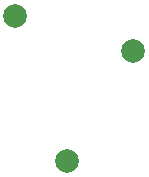
<source format=gbr>
G75*
%MOMM*%
%FSLAX34Y34*%
%LPD*%
%INSolderpaste Bottom*%
%IPPOS*%
%AMOC8*
5,1,8,0,0,1.08239X$1,22.5*%
G01*
%ADD10C,2.000000*%


D10*
X71000Y198000D03*
X171000Y168000D03*
X115000Y75000D03*
M02*

</source>
